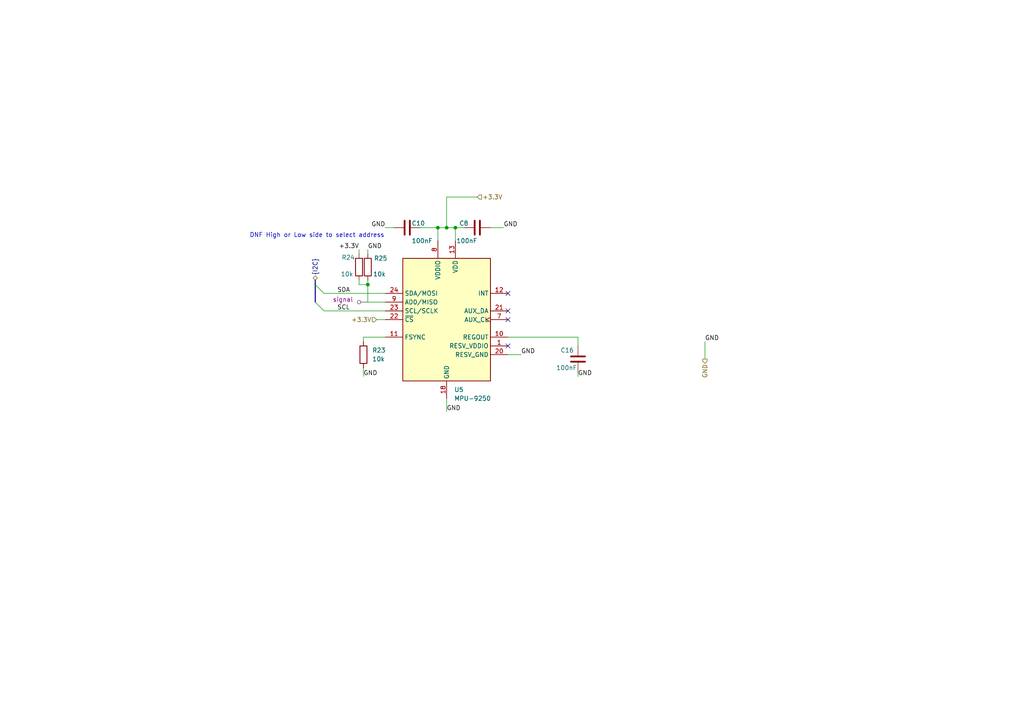
<source format=kicad_sch>
(kicad_sch (version 20250114) (generator "eeschema") (generator_version "9.0")
  (paper "A4")
  (lib_symbols
    (symbol "Device:C" (pin_numbers (hide yes)) (pin_names (offset 0.254))
      (property "Reference" "C" (at 0.635 2.54 0))
      (property "Value" "C" (at 0.635 -2.54 0))
      (symbol "C_0_1"
        (polyline (pts (xy -2.032 0.762) (xy 2.032 0.762)) (stroke (width 0.508)))
        (polyline (pts (xy -2.032 -0.762) (xy 2.032 -0.762)) (stroke (width 0.508)))
      )
      (symbol "C_1_1"
        (pin passive line (at 0 3.81 270) (length 2.794) (name "~") (number "1"))
        (pin passive line (at 0 -3.81 90) (length 2.794) (name "~") (number "2"))
      )
    )
    (symbol "Device:R" (pin_numbers (hide yes)) (pin_names (offset 0))
      (property "Reference" "R" (at 2.032 0 90))
      (property "Value" "R" (at 0 0 90))
      (symbol "R_0_1"
        (rectangle (start -1.016 -2.54) (end 1.016 2.54) (stroke (width 0.254)))
      )
      (symbol "R_1_1"
        (pin passive line (at 0 3.81 270) (length 1.27) (name "~") (number "1"))
        (pin passive line (at 0 -3.81 90) (length 1.27) (name "~") (number "2"))
      )
    )
    (symbol "Sensor_Motion:MPU-9250"
      (property "Reference" "U" (at -11.43 19.05 0))
      (property "Value" "MPU-9250" (at 7.62 -19.05 0))
      (symbol "MPU-9250_0_1"
        (rectangle (start -12.7 17.78) (end 12.7 -17.78) (stroke (width 0.254)) (fill (type background)))
      )
      (symbol "MPU-9250_1_1"
        (pin bidirectional line (at -17.78 7.62 0) (length 5.08) (name "SDA/MOSI") (number "24"))
        (pin bidirectional line (at -17.78 5.08 0) (length 5.08) (name "AD0/MISO") (number "9"))
        (pin input line (at -17.78 2.54 0) (length 5.08) (name "SCL/SCLK") (number "23"))
        (pin input line (at -17.78 0 0) (length 5.08) (name "~{CS}") (number "22"))
        (pin input line (at -17.78 -5.08 0) (length 5.08) (name "FSYNC") (number "11"))
        (pin power_in line (at -2.54 22.86 270) (length 5.08) (name "VDDIO") (number "8"))
        (pin power_in line (at 0 -22.86 90) (length 5.08) (name "GND") (number "18"))
        (pin power_in line (at 2.54 22.86 270) (length 5.08) (name "VDD") (number "13"))
        (pin output line (at 17.78 7.62 180) (length 5.08) (name "INT") (number "12"))
        (pin bidirectional line (at 17.78 2.54 180) (length 5.08) (name "AUX_DA") (number "21"))
        (pin output clock (at 17.78 0 180) (length 5.08) (name "AUX_CL") (number "7"))
        (pin passive line (at 17.78 -5.08 180) (length 5.08) (name "REGOUT") (number "10"))
        (pin input line (at 17.78 -7.62 180) (length 5.08) (name "RESV_VDDIO") (number "1"))
        (pin power_in line (at 17.78 -10.16 180) (length 5.08) (name "RESV_GND") (number "20"))
      )
    )
  )
  (text "DNF High or Low side to select address" (at 91.948 68.326 0) (effects (font (size 1.27 1.27))))
  (junction (at 106.68 82.55))
  (junction (at 127 66.04))
  (junction (at 132.08 66.04))
  (junction (at 129.54 66.04))
  (no_connect (at 147.32 100.33))
  (no_connect (at 147.32 90.17))
  (no_connect (at 147.32 85.09))
  (no_connect (at 147.32 92.71))
  (bus_entry (at 91.44 87.63) (size 2.54 2.54))
  (bus_entry (at 91.44 82.55) (size 2.54 2.54))
  (wire (pts (xy 105.41 99.06) (xy 105.41 97.79)))
  (wire (pts (xy 105.41 97.79) (xy 111.76 97.79)))
  (wire (pts (xy 129.54 115.57) (xy 129.54 119.38)))
  (wire (pts (xy 111.76 87.63) (xy 106.68 87.63)))
  (wire (pts (xy 104.14 81.28) (xy 104.14 82.55)))
  (wire (pts (xy 104.14 82.55) (xy 106.68 82.55)))
  (wire (pts (xy 106.68 82.55) (xy 106.68 81.28)))
  (wire (pts (xy 132.08 66.04) (xy 134.62 66.04)))
  (wire (pts (xy 104.14 72.39) (xy 104.14 73.66)))
  (wire (pts (xy 132.08 66.04) (xy 132.08 69.85)))
  (wire (pts (xy 121.92 66.04) (xy 127 66.04)))
  (wire (pts (xy 106.68 87.63) (xy 106.68 82.55)))
  (wire (pts (xy 147.32 97.79) (xy 167.64 97.79)))
  (wire (pts (xy 129.54 66.04) (xy 132.08 66.04)))
  (wire (pts (xy 147.32 102.87) (xy 151.13 102.87)))
  (wire (pts (xy 111.76 66.04) (xy 114.3 66.04)))
  (wire (pts (xy 204.47 99.06) (xy 204.47 104.14)))
  (bus (pts (xy 91.44 81.28) (xy 91.44 82.55)))
  (wire (pts (xy 105.41 106.68) (xy 105.41 109.22)))
  (wire (pts (xy 127 66.04) (xy 129.54 66.04)))
  (wire (pts (xy 106.68 72.39) (xy 106.68 73.66)))
  (wire (pts (xy 138.43 57.15) (xy 129.54 57.15)))
  (wire (pts (xy 93.98 85.09) (xy 111.76 85.09)))
  (wire (pts (xy 109.22 92.71) (xy 111.76 92.71)))
  (wire (pts (xy 127 69.85) (xy 127 66.04)))
  (wire (pts (xy 93.98 90.17) (xy 111.76 90.17)))
  (wire (pts (xy 129.54 57.15) (xy 129.54 66.04)))
  (wire (pts (xy 142.24 66.04) (xy 146.05 66.04)))
  (wire (pts (xy 167.64 100.33) (xy 167.64 97.79)))
  (bus (pts (xy 91.44 82.55) (xy 91.44 87.63)))
  (wire (pts (xy 167.64 107.95) (xy 167.64 109.22)))
  (label "SCL" (at 97.79 90.17 0))
  (label "GND" (at 204.47 99.06 0))
  (label "GND" (at 129.54 119.38 0))
  (label "+3.3V" (at 104.14 72.39 180))
  (label "GND" (at 105.41 109.22 0))
  (label "GND" (at 167.64 109.22 0))
  (label "GND" (at 151.13 102.87 0))
  (label "GND" (at 106.68 72.39 0))
  (label "GND" (at 146.05 66.04 0))
  (label "SDA" (at 97.79 85.09 0))
  (label "GND" (at 111.76 66.04 180))
  (hierarchical_label "+3.3V" (shape input) (at 109.22 92.71 180))
  (hierarchical_label "+3.3V" (shape input) (at 138.43 57.15 0))
  (hierarchical_label "{I2C}" (shape bidirectional) (at 91.44 81.28 90))
  (hierarchical_label "GND" (shape output) (at 204.47 104.14 270))
  (netclass_flag "" (length 2.54) (shape round) (at 106.68 87.63 90) (property "Netclass" "signal" (at 96.52 86.868 0) (effects (justify left))))
  (symbol (lib_id "Device:R") (at 106.68 77.47 0) (unit 1)
    (property "Reference" "R25" (at 108.458 74.93 0) (effects (justify left)))
    (property "Value" "10k" (at 108.204 79.502 0) (effects (justify left)))
    (property "Footprint" "Resistor_SMD:R_0805_2012Metric_Pad1.20x1.40mm_HandSolder" (effects (hide yes)))
  )
  (symbol (lib_id "Device:C") (at 118.11 66.04 270) (unit 1)
    (property "Reference" "C10" (at 119.38 64.77 90) (effects (justify left)))
    (property "Value" "100nF" (at 119.38 69.85 90) (effects (justify left)))
    (property "Footprint" "Capacitor_SMD:C_0603_1608Metric_Pad1.08x0.95mm_HandSolder" (effects (hide yes)))
  )
  (symbol (lib_id "Device:R") (at 105.41 102.87 0) (unit 1)
    (property "Reference" "R23" (at 107.95 101.5999 0) (effects (justify left)))
    (property "Value" "10k" (at 107.95 104.1399 0) (effects (justify left)))
    (property "Footprint" "Resistor_SMD:R_0805_2012Metric_Pad1.20x1.40mm_HandSolder" (effects (hide yes)))
  )
  (symbol (lib_id "Sensor_Motion:MPU-9250") (at 129.54 92.71 0) (unit 1)
    (property "Reference" "U5" (at 131.7341 113.03 0) (effects (justify left)))
    (property "Value" "MPU-9250" (at 131.7341 115.57 0) (effects (justify left)))
    (property "Footprint" "Sensor_Motion:InvenSense_QFN-24_3x3mm_P0.4mm" (effects (hide yes)))
    (property "Datasheet" "https://invensense.tdk.com/wp-content/uploads/2015/02/PS-MPU-9250A-01-v1.1.pdf" (effects (hide yes)))
  )
  (symbol (lib_id "Device:C") (at 138.43 66.04 90) (unit 1)
    (property "Reference" "C8" (at 135.89 64.77 90) (effects (justify left)))
    (property "Value" "100nF" (at 138.43 69.85 90) (effects (justify left)))
    (property "Footprint" "Capacitor_SMD:C_0603_1608Metric_Pad1.08x0.95mm_HandSolder" (effects (hide yes)))
  )
  (symbol (lib_id "Device:R") (at 104.14 77.47 0) (unit 1)
    (property "Reference" "R24" (at 99.06 74.676 0) (effects (justify left)))
    (property "Value" "10k" (at 98.806 79.502 0) (effects (justify left)))
    (property "Footprint" "Resistor_SMD:R_0805_2012Metric_Pad1.20x1.40mm_HandSolder" (effects (hide yes)))
  )
  (symbol (lib_id "Device:C") (at 167.64 104.14 0) (unit 1)
    (property "Reference" "C16" (at 162.56 101.6 0) (effects (justify left)))
    (property "Value" "100nF" (at 161.29 106.68 0) (effects (justify left)))
    (property "Footprint" "Capacitor_SMD:C_0603_1608Metric_Pad1.08x0.95mm_HandSolder" (effects (hide yes)))
  )
)
</source>
